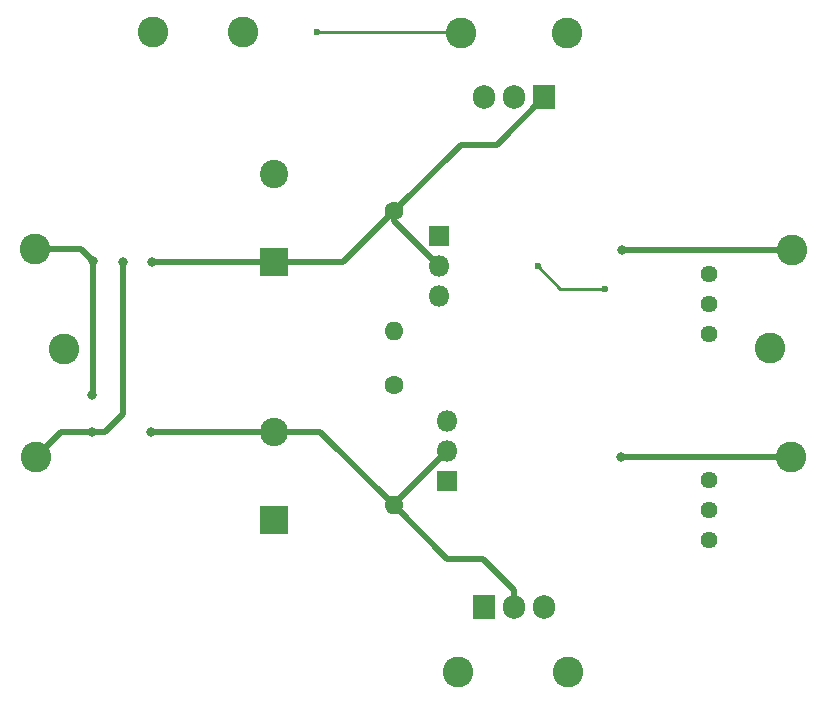
<source format=gbr>
G04 #@! TF.GenerationSoftware,KiCad,Pcbnew,(5.1.10-1-10_14)*
G04 #@! TF.CreationDate,2021-09-07T13:56:36+02:00*
G04 #@! TF.ProjectId,lv-lownoise-psu,6c762d6c-6f77-46e6-9f69-73652d707375,rev?*
G04 #@! TF.SameCoordinates,Original*
G04 #@! TF.FileFunction,Copper,L2,Bot*
G04 #@! TF.FilePolarity,Positive*
%FSLAX46Y46*%
G04 Gerber Fmt 4.6, Leading zero omitted, Abs format (unit mm)*
G04 Created by KiCad (PCBNEW (5.1.10-1-10_14)) date 2021-09-07 13:56:36*
%MOMM*%
%LPD*%
G01*
G04 APERTURE LIST*
G04 #@! TA.AperFunction,ComponentPad*
%ADD10O,1.600000X1.600000*%
G04 #@! TD*
G04 #@! TA.AperFunction,ComponentPad*
%ADD11C,1.600000*%
G04 #@! TD*
G04 #@! TA.AperFunction,ComponentPad*
%ADD12O,1.800000X1.800000*%
G04 #@! TD*
G04 #@! TA.AperFunction,ComponentPad*
%ADD13R,1.800000X1.800000*%
G04 #@! TD*
G04 #@! TA.AperFunction,ComponentPad*
%ADD14O,1.905000X2.000000*%
G04 #@! TD*
G04 #@! TA.AperFunction,ComponentPad*
%ADD15R,1.905000X2.000000*%
G04 #@! TD*
G04 #@! TA.AperFunction,ComponentPad*
%ADD16C,2.400000*%
G04 #@! TD*
G04 #@! TA.AperFunction,ComponentPad*
%ADD17R,2.400000X2.400000*%
G04 #@! TD*
G04 #@! TA.AperFunction,ComponentPad*
%ADD18C,2.600000*%
G04 #@! TD*
G04 #@! TA.AperFunction,ComponentPad*
%ADD19C,1.440000*%
G04 #@! TD*
G04 #@! TA.AperFunction,ViaPad*
%ADD20C,0.800000*%
G04 #@! TD*
G04 #@! TA.AperFunction,ViaPad*
%ADD21C,0.600000*%
G04 #@! TD*
G04 #@! TA.AperFunction,Conductor*
%ADD22C,0.500000*%
G04 #@! TD*
G04 #@! TA.AperFunction,Conductor*
%ADD23C,0.250000*%
G04 #@! TD*
G04 APERTURE END LIST*
D10*
X114300000Y-71374000D03*
D11*
X114300000Y-61214000D03*
D10*
X114300000Y-56642000D03*
D11*
X114300000Y-46482000D03*
D12*
X118808500Y-64198500D03*
X118808500Y-66738500D03*
D13*
X118808500Y-69278500D03*
D12*
X118110000Y-53657500D03*
X118110000Y-51117500D03*
D13*
X118110000Y-48577500D03*
D14*
X127000000Y-80010000D03*
X124460000Y-80010000D03*
D15*
X121920000Y-80010000D03*
D14*
X121920000Y-36830000D03*
X124460000Y-36830000D03*
D15*
X127000000Y-36830000D03*
D16*
X104140000Y-65151000D03*
D17*
X104140000Y-72651000D03*
D16*
X104140000Y-43300000D03*
D17*
X104140000Y-50800000D03*
D18*
X119761000Y-85471000D03*
X129032000Y-85471000D03*
X128968500Y-31369000D03*
X120015000Y-31369000D03*
X93916500Y-31305500D03*
X101536500Y-31305500D03*
D19*
X140970000Y-74295000D03*
X140970000Y-71755000D03*
X140970000Y-69215000D03*
X140970000Y-56832500D03*
X140970000Y-54292500D03*
X140970000Y-51752500D03*
D18*
X147955000Y-67310000D03*
X146113500Y-58039000D03*
X148018500Y-49784000D03*
X83921600Y-49631600D03*
X86360000Y-58166000D03*
X83972400Y-67259200D03*
D20*
X93827600Y-50800000D03*
X88849200Y-50647600D03*
X88726000Y-61997600D03*
X93726000Y-65125600D03*
D21*
X107759500Y-31305500D03*
D20*
X133604000Y-49784000D03*
X133540500Y-67310000D03*
X88747600Y-65125600D03*
X91338400Y-50800000D03*
D21*
X132207000Y-53022500D03*
X126496600Y-51112900D03*
D22*
X109982000Y-50800000D02*
X114300000Y-46482000D01*
X104140000Y-50800000D02*
X109982000Y-50800000D01*
X114300000Y-47307500D02*
X114300000Y-46482000D01*
X118110000Y-51117500D02*
X114300000Y-47307500D01*
X114300000Y-46482000D02*
X119951500Y-40830500D01*
X122999500Y-40830500D02*
X127000000Y-36830000D01*
X119951500Y-40830500D02*
X122999500Y-40830500D01*
X104140000Y-50800000D02*
X93827600Y-50800000D01*
X87833200Y-49631600D02*
X88849200Y-50647600D01*
X83921600Y-49631600D02*
X87833200Y-49631600D01*
X88849200Y-61874400D02*
X88726000Y-61997600D01*
X88849200Y-50647600D02*
X88849200Y-61874400D01*
X108077000Y-65151000D02*
X114300000Y-71374000D01*
X104140000Y-65151000D02*
X108077000Y-65151000D01*
X114300000Y-71247000D02*
X114300000Y-71374000D01*
X118808500Y-66738500D02*
X114300000Y-71247000D01*
X114300000Y-71374000D02*
X118808500Y-75882500D01*
X124460000Y-78510000D02*
X124460000Y-80010000D01*
X121832500Y-75882500D02*
X124460000Y-78510000D01*
X118808500Y-75882500D02*
X121832500Y-75882500D01*
X93751400Y-65151000D02*
X93726000Y-65125600D01*
X104140000Y-65151000D02*
X93751400Y-65151000D01*
D23*
X119951500Y-31305500D02*
X120015000Y-31369000D01*
X107759500Y-31305500D02*
X119951500Y-31305500D01*
D22*
X147993100Y-49809400D02*
X148018500Y-49784000D01*
X133604000Y-49784000D02*
X148018500Y-49784000D01*
X147929600Y-67284600D02*
X147955000Y-67310000D01*
X133540500Y-67310000D02*
X147955000Y-67310000D01*
X83972400Y-67259200D02*
X86106000Y-65125600D01*
X86106000Y-65125600D02*
X88747600Y-65125600D01*
X88747600Y-65125600D02*
X89865200Y-65125600D01*
X91338400Y-63652400D02*
X91338400Y-50800000D01*
X89865200Y-65125600D02*
X91338400Y-63652400D01*
D23*
X132207000Y-53022500D02*
X128406200Y-53022500D01*
X128406200Y-53022500D02*
X126496600Y-51112900D01*
M02*

</source>
